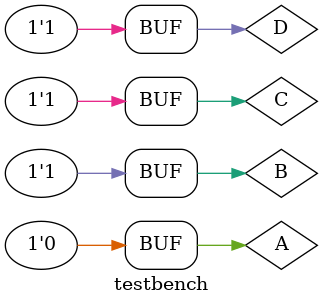
<source format=v>
`timescale 1ns / 1ps


module testbench(
    );
    reg A, B, C, D;
    wire F1_a, F1_b, F1_c;
    //reg clk;
    // test for HW1_comb_dataflow
    HW1_comb_dataflow comb1_a(
        .A(A),
        .B(B),
        .C(C),
        .D(D),
        .F(F1_a)
    );
    // test for HW1_comb_gatelevel
    HW1_comb_gatelevel comb1_b(
        .A(A),
        .B(B),
        .C(C),
        .D(D),
        .F(F1_b)
    );
    // test for HW1_comb_hf_gatelevel
    HW1_comb_hf_gatelevel comb1_c(
        .A(A),
        .B(B),
        .C(C),
        .D(D),
        .F(F1_c)
    );
    
    initial begin
    // initial input
    A = 0;
    B = 0;
    C = 1;
    D = 1;
    //clk = 0;
    // testA
    #50;
    A = 0;
    //testB
    #100;
    B = 1;
    //testC
//    #100;
    C = 1;
    //testD
    #100;
    D = 1;
    end
    
    //always #100 clk = ~clk;
    
    
endmodule

</source>
